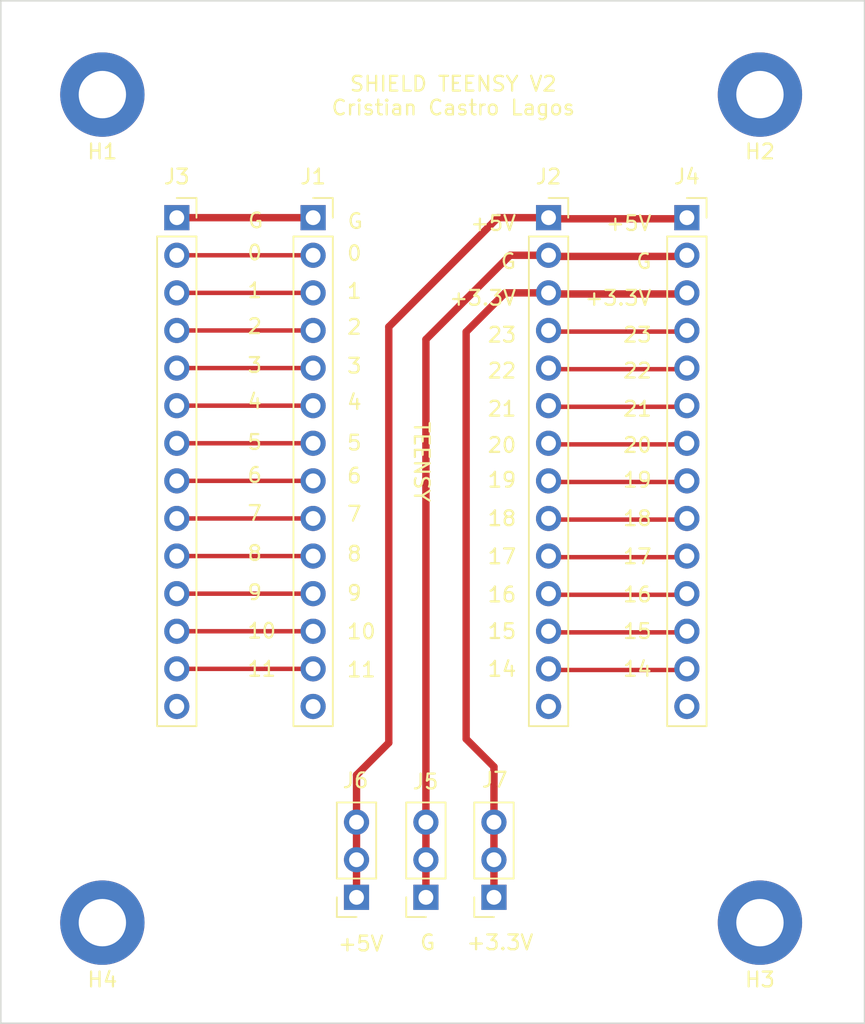
<source format=kicad_pcb>
(kicad_pcb (version 20241229) (generator "pcbnew") (generator_version "9.0")
  (layers (0 "F.Cu" signal) (2 "B.Cu" signal) (13 "F.Paste" user) (15 "B.Paste" user) (5 "F.SilkS" user "F.Silkscreen") (7 "B.SilkS" user "B.Silkscreen") (1 "F.Mask" user) (3 "B.Mask" user) (25 "Edge.Cuts" user))
  (net 0 "")
  (net 1 "GND")
  (net 2 "Net-(J1-Pad4)")
  (net 3 "Net-(J1-Pad5)")
  (net 4 "Net-(J1-Pad10)")
  (net 5 "Net-(J1-Pad11)")
  (net 6 "Net-(J1-Pad12)")
  (net 7 "Net-(J1-Pad13)")
  (net 8 "+3.3V")
  (net 9 "Net-(J1-Pad6)")
  (net 10 "Net-(J1-Pad7)")
  (net 11 "GND1")
  (net 12 "+5V")
  (net 13 "Net-(J2-Pad4)")
  (net 14 "Net-(J2-Pad5)")
  (net 15 "Net-(J2-Pad6)")
  (net 16 "Net-(J2-Pad7)")
  (net 17 "Net-(J2-Pad8)")
  (net 18 "Net-(J2-Pad9)")
  (net 19 "Net-(J2-Pad10)")
  (net 20 "Net-(J2-Pad11)")
  (net 21 "Net-(J2-Pad12)")
  (net 22 "Net-(J2-Pad13)")
  (net 24 "Net-(J1-Pad2)")
  (net 25 "Net-(J1-Pad3)")
  (net 26 "Net-(J1-Pad8)")
  (net 27 "Net-(J1-Pad9)")
  (footprint "MountingHole:MountingHole_3.2mm_M3_ISO7380_Pad" (layer "F.Cu") (at 150.21 124.65 180)
    (property "Reference" "H4" (at 0 -3.85 0) (layer "F.SilkS"))
    (property "Value" "MountingHole")
    (pad "1" thru_hole circle (at 0 0 180) (size 5.7 5.7) (drill 3.2) (layers "*.Cu" "*.Mask"))
  )
  (footprint "Connector_PinSocket_2.54mm:PinSocket_1x03_P2.54mm_Vertical" (layer "F.Cu") (at 172.08 122.94 180)
    (property "Reference" "J5" (at 0.025 7.815 0) (layer "F.SilkS"))
    (property "Value" "Conn_01x03_Male")
    (fp_line (start 1.33 1.27) (end 1.33 6.41) (stroke (width 0.12)) (layer "F.SilkS"))
    (fp_line (start 1.33 -1.33) (end 1.33 0) (stroke (width 0.12)) (layer "F.SilkS"))
    (fp_line (start 0 -1.33) (end 1.33 -1.33) (stroke (width 0.12)) (layer "F.SilkS"))
    (fp_line (start -1.33 6.41) (end 1.33 6.41) (stroke (width 0.12)) (layer "F.SilkS"))
    (fp_line (start -1.33 1.27) (end 1.33 1.27) (stroke (width 0.12)) (layer "F.SilkS"))
    (fp_line (start -1.33 1.27) (end -1.33 6.41) (stroke (width 0.12)) (layer "F.SilkS"))
    (pad "1" thru_hole rect (at 0 0 180) (size 1.7 1.7) (drill 1) (layers "*.Cu" "*.Mask") (net 11 "GND1"))
    (pad "2" thru_hole oval (at 0 2.54 180) (size 1.7 1.7) (drill 1) (layers "*.Cu" "*.Mask") (net 11 "GND1"))
    (pad "3" thru_hole oval (at 0 5.08 180) (size 1.7 1.7) (drill 1) (layers "*.Cu" "*.Mask") (net 11 "GND1"))
  )
  (footprint "MountingHole:MountingHole_3.2mm_M3_ISO7380_Pad" (layer "F.Cu") (at 194.66 124.65 180)
    (property "Reference" "H3" (at 0 -3.85 0) (layer "F.SilkS"))
    (property "Value" "MountingHole")
    (pad "1" thru_hole circle (at 0 0 180) (size 5.7 5.7) (drill 3.2) (layers "*.Cu" "*.Mask"))
  )
  (footprint "MountingHole:MountingHole_3.2mm_M3_ISO7380_Pad" (layer "F.Cu") (at 194.66 68.71 180)
    (property "Reference" "H2" (at 0 -3.85 0) (layer "F.SilkS"))
    (property "Value" "MountingHole")
    (pad "1" thru_hole circle (at 0 0 180) (size 5.7 5.7) (drill 3.2) (layers "*.Cu" "*.Mask"))
  )
  (footprint "Connector_PinSocket_2.54mm:PinSocket_1x14_P2.54mm_Vertical" (layer "F.Cu") (at 180.37 77.025)
    (property "Reference" "J2" (at 0 -2.77 0) (layer "F.SilkS"))
    (property "Value" "Conn_01x14_Female")
    (fp_line (start -1.33 1.27) (end -1.33 34.35) (stroke (width 0.12)) (layer "F.SilkS"))
    (fp_line (start -1.33 1.27) (end 1.33 1.27) (stroke (width 0.12)) (layer "F.SilkS"))
    (fp_line (start -1.33 34.35) (end 1.33 34.35) (stroke (width 0.12)) (layer "F.SilkS"))
    (fp_line (start 0 -1.33) (end 1.33 -1.33) (stroke (width 0.12)) (layer "F.SilkS"))
    (fp_line (start 1.33 -1.33) (end 1.33 0) (stroke (width 0.12)) (layer "F.SilkS"))
    (fp_line (start 1.33 1.27) (end 1.33 34.35) (stroke (width 0.12)) (layer "F.SilkS"))
    (pad "1" thru_hole rect (at 0 0) (size 1.7 1.7) (drill 1) (layers "*.Cu" "*.Mask") (net 12 "+5V"))
    (pad "2" thru_hole oval (at 0 2.54) (size 1.7 1.7) (drill 1) (layers "*.Cu" "*.Mask") (net 11 "GND1"))
    (pad "3" thru_hole oval (at 0 5.08) (size 1.7 1.7) (drill 1) (layers "*.Cu" "*.Mask") (net 8 "+3.3V"))
    (pad "4" thru_hole oval (at 0 7.62) (size 1.7 1.7) (drill 1) (layers "*.Cu" "*.Mask") (net 13 "Net-(J2-Pad4)"))
    (pad "5" thru_hole oval (at 0 10.16) (size 1.7 1.7) (drill 1) (layers "*.Cu" "*.Mask") (net 14 "Net-(J2-Pad5)"))
    (pad "6" thru_hole oval (at 0 12.7) (size 1.7 1.7) (drill 1) (layers "*.Cu" "*.Mask") (net 15 "Net-(J2-Pad6)"))
    (pad "7" thru_hole oval (at 0 15.24) (size 1.7 1.7) (drill 1) (layers "*.Cu" "*.Mask") (net 16 "Net-(J2-Pad7)"))
    (pad "8" thru_hole oval (at 0 17.78) (size 1.7 1.7) (drill 1) (layers "*.Cu" "*.Mask") (net 17 "Net-(J2-Pad8)"))
    (pad "9" thru_hole oval (at 0 20.32) (size 1.7 1.7) (drill 1) (layers "*.Cu" "*.Mask") (net 18 "Net-(J2-Pad9)"))
    (pad "10" thru_hole oval (at 0 22.86) (size 1.7 1.7) (drill 1) (layers "*.Cu" "*.Mask") (net 19 "Net-(J2-Pad10)"))
    (pad "11" thru_hole oval (at 0 25.4) (size 1.7 1.7) (drill 1) (layers "*.Cu" "*.Mask") (net 20 "Net-(J2-Pad11)"))
    (pad "12" thru_hole oval (at 0 27.94) (size 1.7 1.7) (drill 1) (layers "*.Cu" "*.Mask") (net 21 "Net-(J2-Pad12)"))
    (pad "13" thru_hole oval (at 0 30.48) (size 1.7 1.7) (drill 1) (layers "*.Cu" "*.Mask") (net 22 "Net-(J2-Pad13)"))
    (pad "14" thru_hole oval (at 0 33.02) (size 1.7 1.7) (drill 1) (layers "*.Cu" "*.Mask"))
  )
  (footprint "Connector_PinSocket_2.54mm:PinSocket_1x14_P2.54mm_Vertical" (layer "F.Cu") (at 155.241191 77.025)
    (property "Reference" "J3" (at 0 -2.77 0) (layer "F.SilkS"))
    (property "Value" "Conn_01x14_Male")
    (fp_line (start -1.33 1.27) (end -1.33 34.35) (stroke (width 0.12)) (layer "F.SilkS"))
    (fp_line (start -1.33 1.27) (end 1.33 1.27) (stroke (width 0.12)) (layer "F.SilkS"))
    (fp_line (start -1.33 34.35) (end 1.33 34.35) (stroke (width 0.12)) (layer "F.SilkS"))
    (fp_line (start 0 -1.33) (end 1.33 -1.33) (stroke (width 0.12)) (layer "F.SilkS"))
    (fp_line (start 1.33 -1.33) (end 1.33 0) (stroke (width 0.12)) (layer "F.SilkS"))
    (fp_line (start 1.33 1.27) (end 1.33 34.35) (stroke (width 0.12)) (layer "F.SilkS"))
    (pad "1" thru_hole rect (at 0 0) (size 1.7 1.7) (drill 1) (layers "*.Cu" "*.Mask") (net 1 "GND"))
    (pad "2" thru_hole oval (at 0 2.54) (size 1.7 1.7) (drill 1) (layers "*.Cu" "*.Mask") (net 24 "Net-(J1-Pad2)"))
    (pad "3" thru_hole oval (at 0 5.08) (size 1.7 1.7) (drill 1) (layers "*.Cu" "*.Mask") (net 25 "Net-(J1-Pad3)"))
    (pad "4" thru_hole oval (at 0 7.62) (size 1.7 1.7) (drill 1) (layers "*.Cu" "*.Mask") (net 2 "Net-(J1-Pad4)"))
    (pad "5" thru_hole oval (at 0 10.16) (size 1.7 1.7) (drill 1) (layers "*.Cu" "*.Mask") (net 3 "Net-(J1-Pad5)"))
    (pad "6" thru_hole oval (at 0 12.7) (size 1.7 1.7) (drill 1) (layers "*.Cu" "*.Mask") (net 9 "Net-(J1-Pad6)"))
    (pad "7" thru_hole oval (at 0 15.24) (size 1.7 1.7) (drill 1) (layers "*.Cu" "*.Mask") (net 10 "Net-(J1-Pad7)"))
    (pad "8" thru_hole oval (at 0 17.78) (size 1.7 1.7) (drill 1) (layers "*.Cu" "*.Mask") (net 26 "Net-(J1-Pad8)"))
    (pad "9" thru_hole oval (at 0 20.32) (size 1.7 1.7) (drill 1) (layers "*.Cu" "*.Mask") (net 27 "Net-(J1-Pad9)"))
    (pad "10" thru_hole oval (at 0 22.86) (size 1.7 1.7) (drill 1) (layers "*.Cu" "*.Mask") (net 4 "Net-(J1-Pad10)"))
    (pad "11" thru_hole oval (at 0 25.4) (size 1.7 1.7) (drill 1) (layers "*.Cu" "*.Mask") (net 5 "Net-(J1-Pad11)"))
    (pad "12" thru_hole oval (at 0 27.94) (size 1.7 1.7) (drill 1) (layers "*.Cu" "*.Mask") (net 6 "Net-(J1-Pad12)"))
    (pad "13" thru_hole oval (at 0 30.48) (size 1.7 1.7) (drill 1) (layers "*.Cu" "*.Mask") (net 7 "Net-(J1-Pad13)"))
    (pad "14" thru_hole oval (at 0 33.02) (size 1.7 1.7) (drill 1) (layers "*.Cu" "*.Mask"))
  )
  (footprint "MountingHole:MountingHole_3.2mm_M3_ISO7380_Pad" (layer "F.Cu") (at 150.21 68.71 180)
    (property "Reference" "H1" (at 0 -3.85 0) (layer "F.SilkS"))
    (property "Value" "MountingHole")
    (pad "1" thru_hole circle (at 0 0 180) (size 5.7 5.7) (drill 3.2) (layers "*.Cu" "*.Mask"))
  )
  (footprint "Connector_PinSocket_2.54mm:PinSocket_1x03_P2.54mm_Vertical" (layer "F.Cu") (at 167.39 122.94 180)
    (property "Reference" "J6" (at 0.065 7.895 0) (layer "F.SilkS"))
    (property "Value" "Conn_01x03_Male")
    (fp_line (start 1.33 1.27) (end 1.33 6.41) (stroke (width 0.12)) (layer "F.SilkS"))
    (fp_line (start 1.33 -1.33) (end 1.33 0) (stroke (width 0.12)) (layer "F.SilkS"))
    (fp_line (start 0 -1.33) (end 1.33 -1.33) (stroke (width 0.12)) (layer "F.SilkS"))
    (fp_line (start -1.33 6.41) (end 1.33 6.41) (stroke (width 0.12)) (layer "F.SilkS"))
    (fp_line (start -1.33 1.27) (end 1.33 1.27) (stroke (width 0.12)) (layer "F.SilkS"))
    (fp_line (start -1.33 1.27) (end -1.33 6.41) (stroke (width 0.12)) (layer "F.SilkS"))
    (pad "1" thru_hole rect (at 0 0 180) (size 1.7 1.7) (drill 1) (layers "*.Cu" "*.Mask") (net 12 "+5V"))
    (pad "2" thru_hole oval (at 0 2.54 180) (size 1.7 1.7) (drill 1) (layers "*.Cu" "*.Mask") (net 12 "+5V"))
    (pad "3" thru_hole oval (at 0 5.08 180) (size 1.7 1.7) (drill 1) (layers "*.Cu" "*.Mask") (net 12 "+5V"))
  )
  (footprint "Connector_PinSocket_2.54mm:PinSocket_1x03_P2.54mm_Vertical" (layer "F.Cu") (at 176.68 122.94 180)
    (property "Reference" "J7" (at -0.055 7.935 0) (layer "F.SilkS"))
    (property "Value" "Conn_01x03_Male")
    (fp_line (start 1.33 1.27) (end 1.33 6.41) (stroke (width 0.12)) (layer "F.SilkS"))
    (fp_line (start 1.33 -1.33) (end 1.33 0) (stroke (width 0.12)) (layer "F.SilkS"))
    (fp_line (start 0 -1.33) (end 1.33 -1.33) (stroke (width 0.12)) (layer "F.SilkS"))
    (fp_line (start -1.33 6.41) (end 1.33 6.41) (stroke (width 0.12)) (layer "F.SilkS"))
    (fp_line (start -1.33 1.27) (end 1.33 1.27) (stroke (width 0.12)) (layer "F.SilkS"))
    (fp_line (start -1.33 1.27) (end -1.33 6.41) (stroke (width 0.12)) (layer "F.SilkS"))
    (pad "1" thru_hole rect (at 0 0 180) (size 1.7 1.7) (drill 1) (layers "*.Cu" "*.Mask") (net 8 "+3.3V"))
    (pad "2" thru_hole oval (at 0 2.54 180) (size 1.7 1.7) (drill 1) (layers "*.Cu" "*.Mask") (net 8 "+3.3V"))
    (pad "3" thru_hole oval (at 0 5.08 180) (size 1.7 1.7) (drill 1) (layers "*.Cu" "*.Mask") (net 8 "+3.3V"))
  )
  (footprint "Connector_PinSocket_2.54mm:PinSocket_1x14_P2.54mm_Vertical" (layer "F.Cu") (at 164.456191 77.025)
    (property "Reference" "J1" (at 0 -2.77 0) (layer "F.SilkS"))
    (property "Value" "Conn_01x14_Female")
    (fp_line (start -1.33 1.27) (end -1.33 34.35) (stroke (width 0.12)) (layer "F.SilkS"))
    (fp_line (start -1.33 1.27) (end 1.33 1.27) (stroke (width 0.12)) (layer "F.SilkS"))
    (fp_line (start -1.33 34.35) (end 1.33 34.35) (stroke (width 0.12)) (layer "F.SilkS"))
    (fp_line (start 0 -1.33) (end 1.33 -1.33) (stroke (width 0.12)) (layer "F.SilkS"))
    (fp_line (start 1.33 -1.33) (end 1.33 0) (stroke (width 0.12)) (layer "F.SilkS"))
    (fp_line (start 1.33 1.27) (end 1.33 34.35) (stroke (width 0.12)) (layer "F.SilkS"))
    (pad "1" thru_hole rect (at 0 0) (size 1.7 1.7) (drill 1) (layers "*.Cu" "*.Mask") (net 1 "GND"))
    (pad "2" thru_hole oval (at 0 2.54) (size 1.7 1.7) (drill 1) (layers "*.Cu" "*.Mask") (net 24 "Net-(J1-Pad2)"))
    (pad "3" thru_hole oval (at 0 5.08) (size 1.7 1.7) (drill 1) (layers "*.Cu" "*.Mask") (net 25 "Net-(J1-Pad3)"))
    (pad "4" thru_hole oval (at 0 7.62) (size 1.7 1.7) (drill 1) (layers "*.Cu" "*.Mask") (net 2 "Net-(J1-Pad4)"))
    (pad "5" thru_hole oval (at 0 10.16) (size 1.7 1.7) (drill 1) (layers "*.Cu" "*.Mask") (net 3 "Net-(J1-Pad5)"))
    (pad "6" thru_hole oval (at 0 12.7) (size 1.7 1.7) (drill 1) (layers "*.Cu" "*.Mask") (net 9 "Net-(J1-Pad6)"))
    (pad "7" thru_hole oval (at 0 15.24) (size 1.7 1.7) (drill 1) (layers "*.Cu" "*.Mask") (net 10 "Net-(J1-Pad7)"))
    (pad "8" thru_hole oval (at 0 17.78) (size 1.7 1.7) (drill 1) (layers "*.Cu" "*.Mask") (net 26 "Net-(J1-Pad8)"))
    (pad "9" thru_hole oval (at 0 20.32) (size 1.7 1.7) (drill 1) (layers "*.Cu" "*.Mask") (net 27 "Net-(J1-Pad9)"))
    (pad "10" thru_hole oval (at 0 22.86) (size 1.7 1.7) (drill 1) (layers "*.Cu" "*.Mask") (net 4 "Net-(J1-Pad10)"))
    (pad "11" thru_hole oval (at 0 25.4) (size 1.7 1.7) (drill 1) (layers "*.Cu" "*.Mask") (net 5 "Net-(J1-Pad11)"))
    (pad "12" thru_hole oval (at 0 27.94) (size 1.7 1.7) (drill 1) (layers "*.Cu" "*.Mask") (net 6 "Net-(J1-Pad12)"))
    (pad "13" thru_hole oval (at 0 30.48) (size 1.7 1.7) (drill 1) (layers "*.Cu" "*.Mask") (net 7 "Net-(J1-Pad13)"))
    (pad "14" thru_hole oval (at 0 33.02) (size 1.7 1.7) (drill 1) (layers "*.Cu" "*.Mask"))
  )
  (footprint "Connector_PinSocket_2.54mm:PinSocket_1x14_P2.54mm_Vertical" (layer "F.Cu") (at 189.720715 77.025)
    (property "Reference" "J4" (at 0 -2.77 0) (layer "F.SilkS"))
    (property "Value" "Conn_01x14_Male")
    (fp_line (start -1.33 1.27) (end -1.33 34.35) (stroke (width 0.12)) (layer "F.SilkS"))
    (fp_line (start -1.33 1.27) (end 1.33 1.27) (stroke (width 0.12)) (layer "F.SilkS"))
    (fp_line (start -1.33 34.35) (end 1.33 34.35) (stroke (width 0.12)) (layer "F.SilkS"))
    (fp_line (start 0 -1.33) (end 1.33 -1.33) (stroke (width 0.12)) (layer "F.SilkS"))
    (fp_line (start 1.33 -1.33) (end 1.33 0) (stroke (width 0.12)) (layer "F.SilkS"))
    (fp_line (start 1.33 1.27) (end 1.33 34.35) (stroke (width 0.12)) (layer "F.SilkS"))
    (pad "1" thru_hole rect (at 0 0) (size 1.7 1.7) (drill 1) (layers "*.Cu" "*.Mask") (net 12 "+5V"))
    (pad "2" thru_hole oval (at 0 2.54) (size 1.7 1.7) (drill 1) (layers "*.Cu" "*.Mask") (net 11 "GND1"))
    (pad "3" thru_hole oval (at 0 5.08) (size 1.7 1.7) (drill 1) (layers "*.Cu" "*.Mask") (net 8 "+3.3V"))
    (pad "4" thru_hole oval (at 0 7.62) (size 1.7 1.7) (drill 1) (layers "*.Cu" "*.Mask") (net 13 "Net-(J2-Pad4)"))
    (pad "5" thru_hole oval (at 0 10.16) (size 1.7 1.7) (drill 1) (layers "*.Cu" "*.Mask") (net 14 "Net-(J2-Pad5)"))
    (pad "6" thru_hole oval (at 0 12.7) (size 1.7 1.7) (drill 1) (layers "*.Cu" "*.Mask") (net 15 "Net-(J2-Pad6)"))
    (pad "7" thru_hole oval (at 0 15.24) (size 1.7 1.7) (drill 1) (layers "*.Cu" "*.Mask") (net 16 "Net-(J2-Pad7)"))
    (pad "8" thru_hole oval (at 0 17.78) (size 1.7 1.7) (drill 1) (layers "*.Cu" "*.Mask") (net 17 "Net-(J2-Pad8)"))
    (pad "9" thru_hole oval (at 0 20.32) (size 1.7 1.7) (drill 1) (layers "*.Cu" "*.Mask") (net 18 "Net-(J2-Pad9)"))
    (pad "10" thru_hole oval (at 0 22.86) (size 1.7 1.7) (drill 1) (layers "*.Cu" "*.Mask") (net 19 "Net-(J2-Pad10)"))
    (pad "11" thru_hole oval (at 0 25.4) (size 1.7 1.7) (drill 1) (layers "*.Cu" "*.Mask") (net 20 "Net-(J2-Pad11)"))
    (pad "12" thru_hole oval (at 0 27.94) (size 1.7 1.7) (drill 1) (layers "*.Cu" "*.Mask") (net 21 "Net-(J2-Pad12)"))
    (pad "13" thru_hole oval (at 0 30.48) (size 1.7 1.7) (drill 1) (layers "*.Cu" "*.Mask") (net 22 "Net-(J2-Pad13)"))
    (pad "14" thru_hole oval (at 0 33.02) (size 1.7 1.7) (drill 1) (layers "*.Cu" "*.Mask"))
  )
  (gr_rect (start 143.34 62.37) (end 201.73 131.45) (stroke (width 0.1)) (fill no) (layer "Edge.Cuts"))
  (gr_text "14" (at 177.220714 107.515714 0) (layer "F.SilkS") (effects (font (size 1 1))))
  (gr_text "21" (at 186.376429 89.94 0) (layer "F.SilkS") (effects (font (size 1 1))))
  (gr_text "22" (at 186.376429 87.365 0) (layer "F.SilkS") (effects (font (size 1 1))))
  (gr_text "+3.3V" (at 185.075715 82.45 0) (layer "F.SilkS") (effects (font (size 1 1))))
  (gr_text "0" (at 160.51 79.39 0) (layer "F.SilkS") (effects (font (size 1 1))))
  (gr_text "15" (at 186.376429 104.965 0) (layer "F.SilkS") (effects (font (size 1 1))))
  (gr_text "G" (at 177.658095 79.975714 0) (layer "F.SilkS") (effects (font (size 1 1))))
  (gr_text "10" (at 167.72 104.985 0) (layer "F.SilkS") (effects (font (size 1 1))))
  (gr_text "SHIELD TEENSY V2\nCristian Castro Lagos" (at 173.93 68.79 0) (layer "F.SilkS") (effects (font (size 1 1))))
  (gr_text "6" (at 167.243809 94.46 0) (layer "F.SilkS") (effects (font (size 1 1))))
  (gr_text "+5V" (at 185.79 77.4 0) (layer "F.SilkS") (effects (font (size 1 1))))
  (gr_text "3" (at 167.243809 87.035 0) (layer "F.SilkS") (effects (font (size 1 1))))
  (gr_text "14" (at 186.376429 107.515 0) (layer "F.SilkS") (effects (font (size 1 1))))
  (gr_text "+3.3V" (at 177.09 125.99 0) (layer "F.SilkS") (effects (font (size 1 1))))
  (gr_text "1" (at 167.243809 81.985 0) (layer "F.SilkS") (effects (font (size 1 1))))
  (gr_text "8" (at 167.243809 99.735 0) (layer "F.SilkS") (effects (font (size 1 1))))
  (gr_text "11" (at 167.72 107.56 0) (layer "F.SilkS") (effects (font (size 1 1))))
  (gr_text "7" (at 160.51 96.99 0) (layer "F.SilkS") (effects (font (size 1 1))))
  (gr_text "4" (at 160.51 89.44 0) (layer "F.SilkS") (effects (font (size 1 1))))
  (gr_text "G" (at 160.571191 77.22 0) (layer "F.SilkS") (effects (font (size 1 1))))
  (gr_text "2" (at 160.51 84.365 0) (layer "F.SilkS") (effects (font (size 1 1))))
  (gr_text "22" (at 177.220714 87.365714 0) (layer "F.SilkS") (effects (font (size 1 1))))
  (gr_text "4" (at 167.243809 89.485 0) (layer "F.SilkS") (effects (font (size 1 1))))
  (gr_text "+5V" (at 176.634285 77.400714 0) (layer "F.SilkS") (effects (font (size 1 1))))
  (gr_text "16" (at 177.220714 102.490714 0) (layer "F.SilkS") (effects (font (size 1 1))))
  (gr_text "G" (at 167.305 77.265 0) (layer "F.SilkS") (effects (font (size 1 1))))
  (gr_text "15" (at 177.220714 104.965714 0) (layer "F.SilkS") (effects (font (size 1 1))))
  (gr_text "17" (at 177.220714 99.915714 0) (layer "F.SilkS") (effects (font (size 1 1))))
  (gr_text "G" (at 186.81381 79.975 0) (layer "F.SilkS") (effects (font (size 1 1))))
  (gr_text "10" (at 160.986191 104.94 0) (layer "F.SilkS") (effects (font (size 1 1))))
  (gr_text "20" (at 177.220714 92.390714 0) (layer "F.SilkS") (effects (font (size 1 1))))
  (gr_text "19" (at 186.376429 94.74 0) (layer "F.SilkS") (effects (font (size 1 1))))
  (gr_text "0" (at 167.243809 79.435 0) (layer "F.SilkS") (effects (font (size 1 1))))
  (gr_text "2" (at 167.243809 84.41 0) (layer "F.SilkS") (effects (font (size 1 1))))
  (gr_text "G" (at 172.2 125.99 0) (layer "F.SilkS") (effects (font (size 1 1))))
  (gr_text "3" (at 160.51 86.99 0) (layer "F.SilkS") (effects (font (size 1 1))))
  (gr_text "16" (at 186.376429 102.49 0) (layer "F.SilkS") (effects (font (size 1 1))))
  (gr_text "21" (at 177.220714 89.940714 0) (layer "F.SilkS") (effects (font (size 1 1))))
  (gr_text "1" (at 160.51 81.94 0) (layer "F.SilkS") (effects (font (size 1 1))))
  (gr_text "18" (at 186.376429 97.34 0) (layer "F.SilkS") (effects (font (size 1 1))))
  (gr_text "9" (at 167.243809 102.385 0) (layer "F.SilkS") (effects (font (size 1 1))))
  (gr_text "5" (at 160.51 92.19 0) (layer "F.SilkS") (effects (font (size 1 1))))
  (gr_text "7" (at 167.243809 97.035 0) (layer "F.SilkS") (effects (font (size 1 1))))
  (gr_text "+3.3V" (at 175.92 82.450714 0) (layer "F.SilkS") (effects (font (size 1 1))))
  (gr_text "8" (at 160.51 99.69 0) (layer "F.SilkS") (effects (font (size 1 1))))
  (gr_text "20" (at 186.376429 92.39 0) (layer "F.SilkS") (effects (font (size 1 1))))
  (gr_text "17" (at 186.376429 99.915 0) (layer "F.SilkS") (effects (font (size 1 1))))
  (gr_text "23" (at 177.220714 84.940714 0) (layer "F.SilkS") (effects (font (size 1 1))))
  (gr_text "11" (at 160.986191 107.515 0) (layer "F.SilkS") (effects (font (size 1 1))))
  (gr_text "TEENSY" (at 171.790714 93.520714 -90) (layer "F.SilkS") (effects (font (size 1 1))))
  (gr_text "9" (at 160.51 102.34 0) (layer "F.SilkS") (effects (font (size 1 1))))
  (gr_text "+5V" (at 167.68 126.07 0) (layer "F.SilkS") (effects (font (size 1 1))))
  (gr_text "19" (at 177.220714 94.740714 0) (layer "F.SilkS") (effects (font (size 1 1))))
  (gr_text "6" (at 160.51 94.415 0) (layer "F.SilkS") (effects (font (size 1 1))))
  (gr_text "23" (at 186.376429 84.94 0) (layer "F.SilkS") (effects (font (size 1 1))))
  (gr_text "18" (at 177.220714 97.340714 0) (layer "F.SilkS") (effects (font (size 1 1))))
  (gr_text "5" (at 167.243809 92.235 0) (layer "F.SilkS") (effects (font (size 1 1))))
  (segment (start 155.241191 77.025) (end 164.456191 77.025) (width 0.5) (layer "F.Cu") (net 1))
  (segment (start 155.241191 84.645) (end 164.456191 84.645) (width 0.3) (layer "F.Cu") (net 2))
  (segment (start 155.241191 87.185) (end 164.456191 87.185) (width 0.3) (layer "F.Cu") (net 3))
  (segment (start 155.241191 99.885) (end 164.456191 99.885) (width 0.3) (layer "F.Cu") (net 4))
  (segment (start 155.241191 102.425) (end 164.456191 102.425) (width 0.3) (layer "F.Cu") (net 5))
  (segment (start 155.241191 104.965) (end 164.456191 104.965) (width 0.3) (layer "F.Cu") (net 6))
  (segment (start 155.241191 107.505) (end 164.456191 107.505) (width 0.3) (layer "F.Cu") (net 7))
  (segment (start 174.8 84.74) (end 174.8 112.24) (width 0.5) (layer "F.Cu") (net 8))
  (segment (start 176.68 117.86) (end 176.68 120.4) (width 0.5) (layer "F.Cu") (net 8))
  (segment (start 176.68 114.12) (end 176.68 117.86) (width 0.5) (layer "F.Cu") (net 8))
  (segment (start 174.8 112.24) (end 176.68 114.12) (width 0.5) (layer "F.Cu") (net 8))
  (segment (start 180.37 82.105) (end 177.435 82.105) (width 0.5) (layer "F.Cu") (net 8))
  (segment (start 180.37 82.180714) (end 189.720715 82.180714) (width 0.5) (layer "F.Cu") (net 8))
  (segment (start 177.435 82.105) (end 174.8 84.74) (width 0.5) (layer "F.Cu") (net 8))
  (segment (start 176.68 120.4) (end 176.68 122.94) (width 0.5) (layer "F.Cu") (net 8))
  (segment (start 155.241191 89.725) (end 164.456191 89.725) (width 0.3) (layer "F.Cu") (net 9))
  (segment (start 155.241191 92.265) (end 164.456191 92.265) (width 0.3) (layer "F.Cu") (net 10))
  (segment (start 172.08 120.4) (end 172.08 122.94) (width 0.5) (layer "F.Cu") (net 11))
  (segment (start 172.08 117.86) (end 172.08 120.4) (width 0.5) (layer "F.Cu") (net 11))
  (segment (start 180.37 79.565) (end 177.765 79.565) (width 0.5) (layer "F.Cu") (net 11))
  (segment (start 172.08 85.25) (end 172.08 117.86) (width 0.5) (layer "F.Cu") (net 11))
  (segment (start 180.37 79.640714) (end 189.720715 79.640714) (width 0.5) (layer "F.Cu") (net 11))
  (segment (start 177.765 79.565) (end 172.08 85.25) (width 0.5) (layer "F.Cu") (net 11))
  (segment (start 169.57 84.4) (end 169.57 112.5) (width 0.5) (layer "F.Cu") (net 12))
  (segment (start 169.57 112.5) (end 167.39 114.68) (width 0.5) (layer "F.Cu") (net 12))
  (segment (start 167.39 117.86) (end 167.39 120.4) (width 0.5) (layer "F.Cu") (net 12))
  (segment (start 176.945 77.025) (end 169.57 84.4) (width 0.5) (layer "F.Cu") (net 12))
  (segment (start 167.39 120.4) (end 167.39 122.94) (width 0.5) (layer "F.Cu") (net 12))
  (segment (start 180.37 77.025) (end 176.945 77.025) (width 0.5) (layer "F.Cu") (net 12))
  (segment (start 180.37 77.100714) (end 189.720715 77.100714) (width 0.5) (layer "F.Cu") (net 12))
  (segment (start 167.39 114.68) (end 167.39 117.86) (width 0.5) (layer "F.Cu") (net 12))
  (segment (start 180.37 84.720714) (end 189.720715 84.720714) (width 0.3) (layer "F.Cu") (net 13))
  (segment (start 180.37 87.260714) (end 189.720715 87.260714) (width 0.3) (layer "F.Cu") (net 14))
  (segment (start 189.720715 89.800714) (end 180.37 89.800714) (width 0.3) (layer "F.Cu") (net 15))
  (segment (start 180.37 92.340714) (end 189.720715 92.340714) (width 0.3) (layer "F.Cu") (net 16))
  (segment (start 180.37 94.880714) (end 189.720715 94.880714) (width 0.3) (layer "F.Cu") (net 17))
  (segment (start 189.720715 97.420714) (end 180.37 97.420714) (width 0.3) (layer "F.Cu") (net 18))
  (segment (start 180.37 99.960714) (end 189.720715 99.960714) (width 0.3) (layer "F.Cu") (net 19))
  (segment (start 189.720715 102.500714) (end 180.37 102.500714) (width 0.3) (layer "F.Cu") (net 20))
  (segment (start 180.37 105.040714) (end 189.720715 105.040714) (width 0.3) (layer "F.Cu") (net 21))
  (segment (start 180.37 107.580714) (end 189.720715 107.580714) (width 0.3) (layer "F.Cu") (net 22))
  (segment (start 155.241191 79.565) (end 164.456191 79.565) (width 0.3) (layer "F.Cu") (net 24))
  (segment (start 155.241191 82.105) (end 164.456191 82.105) (width 0.3) (layer "F.Cu") (net 25))
  (segment (start 155.241191 94.805) (end 164.456191 94.805) (width 0.3) (layer "F.Cu") (net 26))
  (segment (start 155.241191 97.345) (end 164.456191 97.345) (width 0.3) (layer "F.Cu") (net 27))
)
</source>
